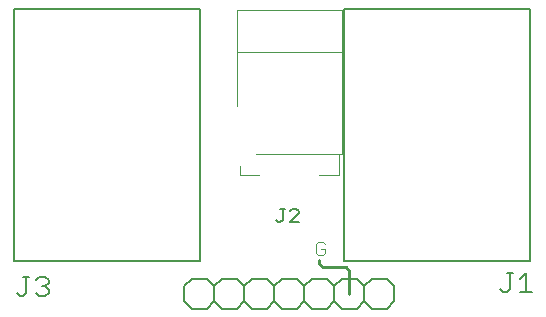
<source format=gto>
G75*
%MOIN*%
%OFA0B0*%
%FSLAX25Y25*%
%IPPOS*%
%LPD*%
%AMOC8*
5,1,8,0,0,1.08239X$1,22.5*
%
%ADD10C,0.00400*%
%ADD11C,0.01000*%
%ADD12C,0.00394*%
%ADD13C,0.00600*%
%ADD14C,0.00800*%
%ADD15C,0.00700*%
D10*
X0112283Y0024967D02*
X0113051Y0024200D01*
X0114585Y0024200D01*
X0115353Y0024967D01*
X0115353Y0026502D01*
X0113818Y0026502D01*
X0115353Y0028037D02*
X0114585Y0028804D01*
X0113051Y0028804D01*
X0112283Y0028037D01*
X0112283Y0024967D01*
D11*
X0113333Y0022750D02*
X0113333Y0021500D01*
X0114583Y0020250D01*
X0122083Y0020250D01*
X0123333Y0019000D01*
X0123333Y0011500D01*
D12*
X0119833Y0051000D02*
X0113333Y0051000D01*
X0119833Y0051000D02*
X0119833Y0058000D01*
X0092333Y0058000D01*
X0086833Y0054000D02*
X0086833Y0051000D01*
X0093333Y0051000D01*
X0119833Y0058000D02*
X0120833Y0058000D01*
X0120833Y0092000D01*
X0120833Y0106000D01*
X0085833Y0106000D01*
X0085833Y0092000D01*
X0085833Y0074000D01*
X0085833Y0092000D02*
X0120833Y0092000D01*
D13*
X0105689Y0039704D02*
X0104221Y0039704D01*
X0103487Y0038970D01*
X0101819Y0039704D02*
X0100351Y0039704D01*
X0101085Y0039704D02*
X0101085Y0036034D01*
X0100351Y0035300D01*
X0099617Y0035300D01*
X0098883Y0036034D01*
X0103487Y0035300D02*
X0106423Y0038236D01*
X0106423Y0038970D01*
X0105689Y0039704D01*
X0106423Y0035300D02*
X0103487Y0035300D01*
X0105833Y0016500D02*
X0100833Y0016500D01*
X0098333Y0014000D01*
X0095833Y0016500D01*
X0090833Y0016500D01*
X0088333Y0014000D01*
X0088333Y0009000D01*
X0090833Y0006500D01*
X0095833Y0006500D01*
X0098333Y0009000D01*
X0098333Y0014000D01*
X0098333Y0009000D02*
X0100833Y0006500D01*
X0105833Y0006500D01*
X0108333Y0009000D01*
X0108333Y0014000D01*
X0105833Y0016500D01*
X0108333Y0014000D02*
X0110833Y0016500D01*
X0115833Y0016500D01*
X0118333Y0014000D01*
X0120833Y0016500D01*
X0125833Y0016500D01*
X0128333Y0014000D01*
X0130833Y0016500D01*
X0135833Y0016500D01*
X0138333Y0014000D01*
X0138333Y0009000D01*
X0135833Y0006500D01*
X0130833Y0006500D01*
X0128333Y0009000D01*
X0125833Y0006500D01*
X0120833Y0006500D01*
X0118333Y0009000D01*
X0118333Y0014000D01*
X0118333Y0009000D02*
X0115833Y0006500D01*
X0110833Y0006500D01*
X0108333Y0009000D01*
X0128333Y0009000D02*
X0128333Y0014000D01*
X0088333Y0014000D02*
X0085833Y0016500D01*
X0080833Y0016500D01*
X0078333Y0014000D01*
X0075833Y0016500D01*
X0070833Y0016500D01*
X0068333Y0014000D01*
X0068333Y0009000D01*
X0070833Y0006500D01*
X0075833Y0006500D01*
X0078333Y0009000D01*
X0078333Y0014000D01*
X0078333Y0009000D02*
X0080833Y0006500D01*
X0085833Y0006500D01*
X0088333Y0009000D01*
D14*
X0073648Y0022406D02*
X0011640Y0022406D01*
X0011640Y0106500D01*
X0026286Y0106500D01*
X0070381Y0106500D01*
X0073648Y0106500D01*
X0073648Y0022406D01*
X0121640Y0022406D02*
X0121640Y0106500D01*
X0136286Y0106500D01*
X0180381Y0106500D01*
X0183648Y0106500D01*
X0183648Y0022406D01*
X0121640Y0022406D01*
D15*
X0013484Y0010728D02*
X0012433Y0011779D01*
X0013484Y0010728D02*
X0014535Y0010728D01*
X0015586Y0011779D01*
X0015586Y0017033D01*
X0014535Y0017033D02*
X0016637Y0017033D01*
X0018879Y0015982D02*
X0019930Y0017033D01*
X0022032Y0017033D01*
X0023082Y0015982D01*
X0023082Y0014932D01*
X0022032Y0013881D01*
X0023082Y0012830D01*
X0023082Y0011779D01*
X0022032Y0010728D01*
X0019930Y0010728D01*
X0018879Y0011779D01*
X0020981Y0013881D02*
X0022032Y0013881D01*
X0173683Y0013029D02*
X0174734Y0011978D01*
X0175785Y0011978D01*
X0176836Y0013029D01*
X0176836Y0018283D01*
X0175785Y0018283D02*
X0177887Y0018283D01*
X0180129Y0016182D02*
X0182231Y0018283D01*
X0182231Y0011978D01*
X0184332Y0011978D02*
X0180129Y0011978D01*
M02*

</source>
